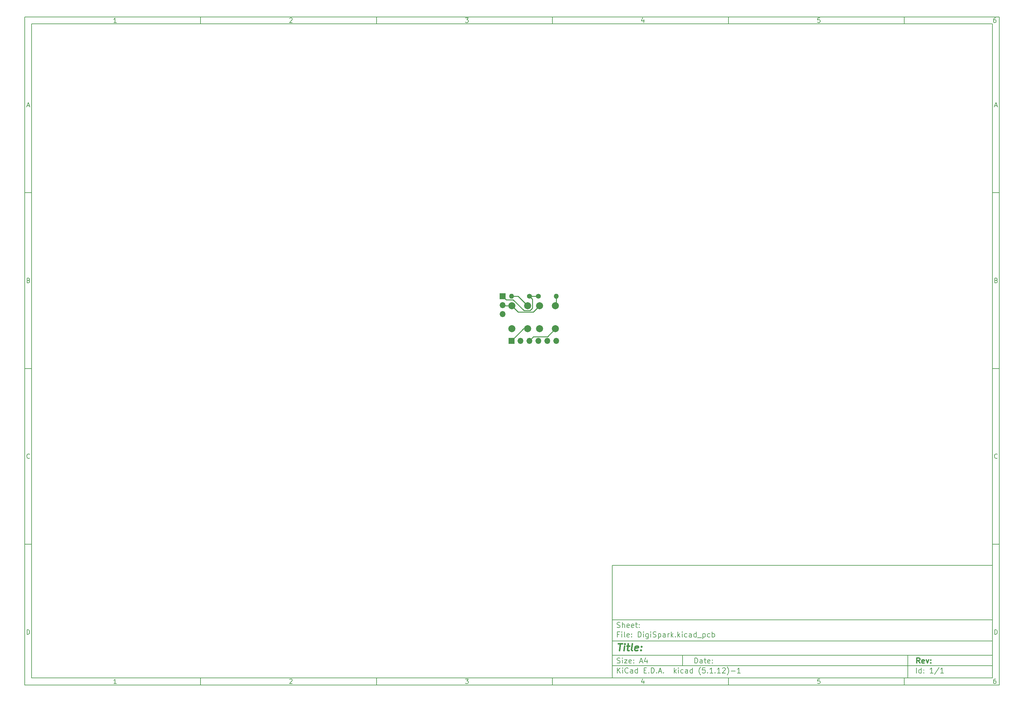
<source format=gbr>
%TF.GenerationSoftware,KiCad,Pcbnew,(5.1.12)-1*%
%TF.CreationDate,2022-07-31T01:05:36+09:00*%
%TF.ProjectId,DigiSpark,44696769-5370-4617-926b-2e6b69636164,rev?*%
%TF.SameCoordinates,Original*%
%TF.FileFunction,Copper,L2,Bot*%
%TF.FilePolarity,Positive*%
%FSLAX46Y46*%
G04 Gerber Fmt 4.6, Leading zero omitted, Abs format (unit mm)*
G04 Created by KiCad (PCBNEW (5.1.12)-1) date 2022-07-31 01:05:36*
%MOMM*%
%LPD*%
G01*
G04 APERTURE LIST*
%ADD10C,0.100000*%
%ADD11C,0.150000*%
%ADD12C,0.300000*%
%ADD13C,0.400000*%
%TA.AperFunction,ComponentPad*%
%ADD14C,2.000000*%
%TD*%
%TA.AperFunction,ComponentPad*%
%ADD15O,1.700000X1.700000*%
%TD*%
%TA.AperFunction,ComponentPad*%
%ADD16R,1.700000X1.700000*%
%TD*%
%TA.AperFunction,ComponentPad*%
%ADD17O,1.400000X1.400000*%
%TD*%
%TA.AperFunction,ComponentPad*%
%ADD18C,1.400000*%
%TD*%
%TA.AperFunction,Conductor*%
%ADD19C,0.250000*%
%TD*%
G04 APERTURE END LIST*
D10*
D11*
X177002200Y-166007200D02*
X177002200Y-198007200D01*
X285002200Y-198007200D01*
X285002200Y-166007200D01*
X177002200Y-166007200D01*
D10*
D11*
X10000000Y-10000000D02*
X10000000Y-200007200D01*
X287002200Y-200007200D01*
X287002200Y-10000000D01*
X10000000Y-10000000D01*
D10*
D11*
X12000000Y-12000000D02*
X12000000Y-198007200D01*
X285002200Y-198007200D01*
X285002200Y-12000000D01*
X12000000Y-12000000D01*
D10*
D11*
X60000000Y-12000000D02*
X60000000Y-10000000D01*
D10*
D11*
X110000000Y-12000000D02*
X110000000Y-10000000D01*
D10*
D11*
X160000000Y-12000000D02*
X160000000Y-10000000D01*
D10*
D11*
X210000000Y-12000000D02*
X210000000Y-10000000D01*
D10*
D11*
X260000000Y-12000000D02*
X260000000Y-10000000D01*
D10*
D11*
X36065476Y-11588095D02*
X35322619Y-11588095D01*
X35694047Y-11588095D02*
X35694047Y-10288095D01*
X35570238Y-10473809D01*
X35446428Y-10597619D01*
X35322619Y-10659523D01*
D10*
D11*
X85322619Y-10411904D02*
X85384523Y-10350000D01*
X85508333Y-10288095D01*
X85817857Y-10288095D01*
X85941666Y-10350000D01*
X86003571Y-10411904D01*
X86065476Y-10535714D01*
X86065476Y-10659523D01*
X86003571Y-10845238D01*
X85260714Y-11588095D01*
X86065476Y-11588095D01*
D10*
D11*
X135260714Y-10288095D02*
X136065476Y-10288095D01*
X135632142Y-10783333D01*
X135817857Y-10783333D01*
X135941666Y-10845238D01*
X136003571Y-10907142D01*
X136065476Y-11030952D01*
X136065476Y-11340476D01*
X136003571Y-11464285D01*
X135941666Y-11526190D01*
X135817857Y-11588095D01*
X135446428Y-11588095D01*
X135322619Y-11526190D01*
X135260714Y-11464285D01*
D10*
D11*
X185941666Y-10721428D02*
X185941666Y-11588095D01*
X185632142Y-10226190D02*
X185322619Y-11154761D01*
X186127380Y-11154761D01*
D10*
D11*
X236003571Y-10288095D02*
X235384523Y-10288095D01*
X235322619Y-10907142D01*
X235384523Y-10845238D01*
X235508333Y-10783333D01*
X235817857Y-10783333D01*
X235941666Y-10845238D01*
X236003571Y-10907142D01*
X236065476Y-11030952D01*
X236065476Y-11340476D01*
X236003571Y-11464285D01*
X235941666Y-11526190D01*
X235817857Y-11588095D01*
X235508333Y-11588095D01*
X235384523Y-11526190D01*
X235322619Y-11464285D01*
D10*
D11*
X285941666Y-10288095D02*
X285694047Y-10288095D01*
X285570238Y-10350000D01*
X285508333Y-10411904D01*
X285384523Y-10597619D01*
X285322619Y-10845238D01*
X285322619Y-11340476D01*
X285384523Y-11464285D01*
X285446428Y-11526190D01*
X285570238Y-11588095D01*
X285817857Y-11588095D01*
X285941666Y-11526190D01*
X286003571Y-11464285D01*
X286065476Y-11340476D01*
X286065476Y-11030952D01*
X286003571Y-10907142D01*
X285941666Y-10845238D01*
X285817857Y-10783333D01*
X285570238Y-10783333D01*
X285446428Y-10845238D01*
X285384523Y-10907142D01*
X285322619Y-11030952D01*
D10*
D11*
X60000000Y-198007200D02*
X60000000Y-200007200D01*
D10*
D11*
X110000000Y-198007200D02*
X110000000Y-200007200D01*
D10*
D11*
X160000000Y-198007200D02*
X160000000Y-200007200D01*
D10*
D11*
X210000000Y-198007200D02*
X210000000Y-200007200D01*
D10*
D11*
X260000000Y-198007200D02*
X260000000Y-200007200D01*
D10*
D11*
X36065476Y-199595295D02*
X35322619Y-199595295D01*
X35694047Y-199595295D02*
X35694047Y-198295295D01*
X35570238Y-198481009D01*
X35446428Y-198604819D01*
X35322619Y-198666723D01*
D10*
D11*
X85322619Y-198419104D02*
X85384523Y-198357200D01*
X85508333Y-198295295D01*
X85817857Y-198295295D01*
X85941666Y-198357200D01*
X86003571Y-198419104D01*
X86065476Y-198542914D01*
X86065476Y-198666723D01*
X86003571Y-198852438D01*
X85260714Y-199595295D01*
X86065476Y-199595295D01*
D10*
D11*
X135260714Y-198295295D02*
X136065476Y-198295295D01*
X135632142Y-198790533D01*
X135817857Y-198790533D01*
X135941666Y-198852438D01*
X136003571Y-198914342D01*
X136065476Y-199038152D01*
X136065476Y-199347676D01*
X136003571Y-199471485D01*
X135941666Y-199533390D01*
X135817857Y-199595295D01*
X135446428Y-199595295D01*
X135322619Y-199533390D01*
X135260714Y-199471485D01*
D10*
D11*
X185941666Y-198728628D02*
X185941666Y-199595295D01*
X185632142Y-198233390D02*
X185322619Y-199161961D01*
X186127380Y-199161961D01*
D10*
D11*
X236003571Y-198295295D02*
X235384523Y-198295295D01*
X235322619Y-198914342D01*
X235384523Y-198852438D01*
X235508333Y-198790533D01*
X235817857Y-198790533D01*
X235941666Y-198852438D01*
X236003571Y-198914342D01*
X236065476Y-199038152D01*
X236065476Y-199347676D01*
X236003571Y-199471485D01*
X235941666Y-199533390D01*
X235817857Y-199595295D01*
X235508333Y-199595295D01*
X235384523Y-199533390D01*
X235322619Y-199471485D01*
D10*
D11*
X285941666Y-198295295D02*
X285694047Y-198295295D01*
X285570238Y-198357200D01*
X285508333Y-198419104D01*
X285384523Y-198604819D01*
X285322619Y-198852438D01*
X285322619Y-199347676D01*
X285384523Y-199471485D01*
X285446428Y-199533390D01*
X285570238Y-199595295D01*
X285817857Y-199595295D01*
X285941666Y-199533390D01*
X286003571Y-199471485D01*
X286065476Y-199347676D01*
X286065476Y-199038152D01*
X286003571Y-198914342D01*
X285941666Y-198852438D01*
X285817857Y-198790533D01*
X285570238Y-198790533D01*
X285446428Y-198852438D01*
X285384523Y-198914342D01*
X285322619Y-199038152D01*
D10*
D11*
X10000000Y-60000000D02*
X12000000Y-60000000D01*
D10*
D11*
X10000000Y-110000000D02*
X12000000Y-110000000D01*
D10*
D11*
X10000000Y-160000000D02*
X12000000Y-160000000D01*
D10*
D11*
X10690476Y-35216666D02*
X11309523Y-35216666D01*
X10566666Y-35588095D02*
X11000000Y-34288095D01*
X11433333Y-35588095D01*
D10*
D11*
X11092857Y-84907142D02*
X11278571Y-84969047D01*
X11340476Y-85030952D01*
X11402380Y-85154761D01*
X11402380Y-85340476D01*
X11340476Y-85464285D01*
X11278571Y-85526190D01*
X11154761Y-85588095D01*
X10659523Y-85588095D01*
X10659523Y-84288095D01*
X11092857Y-84288095D01*
X11216666Y-84350000D01*
X11278571Y-84411904D01*
X11340476Y-84535714D01*
X11340476Y-84659523D01*
X11278571Y-84783333D01*
X11216666Y-84845238D01*
X11092857Y-84907142D01*
X10659523Y-84907142D01*
D10*
D11*
X11402380Y-135464285D02*
X11340476Y-135526190D01*
X11154761Y-135588095D01*
X11030952Y-135588095D01*
X10845238Y-135526190D01*
X10721428Y-135402380D01*
X10659523Y-135278571D01*
X10597619Y-135030952D01*
X10597619Y-134845238D01*
X10659523Y-134597619D01*
X10721428Y-134473809D01*
X10845238Y-134350000D01*
X11030952Y-134288095D01*
X11154761Y-134288095D01*
X11340476Y-134350000D01*
X11402380Y-134411904D01*
D10*
D11*
X10659523Y-185588095D02*
X10659523Y-184288095D01*
X10969047Y-184288095D01*
X11154761Y-184350000D01*
X11278571Y-184473809D01*
X11340476Y-184597619D01*
X11402380Y-184845238D01*
X11402380Y-185030952D01*
X11340476Y-185278571D01*
X11278571Y-185402380D01*
X11154761Y-185526190D01*
X10969047Y-185588095D01*
X10659523Y-185588095D01*
D10*
D11*
X287002200Y-60000000D02*
X285002200Y-60000000D01*
D10*
D11*
X287002200Y-110000000D02*
X285002200Y-110000000D01*
D10*
D11*
X287002200Y-160000000D02*
X285002200Y-160000000D01*
D10*
D11*
X285692676Y-35216666D02*
X286311723Y-35216666D01*
X285568866Y-35588095D02*
X286002200Y-34288095D01*
X286435533Y-35588095D01*
D10*
D11*
X286095057Y-84907142D02*
X286280771Y-84969047D01*
X286342676Y-85030952D01*
X286404580Y-85154761D01*
X286404580Y-85340476D01*
X286342676Y-85464285D01*
X286280771Y-85526190D01*
X286156961Y-85588095D01*
X285661723Y-85588095D01*
X285661723Y-84288095D01*
X286095057Y-84288095D01*
X286218866Y-84350000D01*
X286280771Y-84411904D01*
X286342676Y-84535714D01*
X286342676Y-84659523D01*
X286280771Y-84783333D01*
X286218866Y-84845238D01*
X286095057Y-84907142D01*
X285661723Y-84907142D01*
D10*
D11*
X286404580Y-135464285D02*
X286342676Y-135526190D01*
X286156961Y-135588095D01*
X286033152Y-135588095D01*
X285847438Y-135526190D01*
X285723628Y-135402380D01*
X285661723Y-135278571D01*
X285599819Y-135030952D01*
X285599819Y-134845238D01*
X285661723Y-134597619D01*
X285723628Y-134473809D01*
X285847438Y-134350000D01*
X286033152Y-134288095D01*
X286156961Y-134288095D01*
X286342676Y-134350000D01*
X286404580Y-134411904D01*
D10*
D11*
X285661723Y-185588095D02*
X285661723Y-184288095D01*
X285971247Y-184288095D01*
X286156961Y-184350000D01*
X286280771Y-184473809D01*
X286342676Y-184597619D01*
X286404580Y-184845238D01*
X286404580Y-185030952D01*
X286342676Y-185278571D01*
X286280771Y-185402380D01*
X286156961Y-185526190D01*
X285971247Y-185588095D01*
X285661723Y-185588095D01*
D10*
D11*
X200434342Y-193785771D02*
X200434342Y-192285771D01*
X200791485Y-192285771D01*
X201005771Y-192357200D01*
X201148628Y-192500057D01*
X201220057Y-192642914D01*
X201291485Y-192928628D01*
X201291485Y-193142914D01*
X201220057Y-193428628D01*
X201148628Y-193571485D01*
X201005771Y-193714342D01*
X200791485Y-193785771D01*
X200434342Y-193785771D01*
X202577200Y-193785771D02*
X202577200Y-193000057D01*
X202505771Y-192857200D01*
X202362914Y-192785771D01*
X202077200Y-192785771D01*
X201934342Y-192857200D01*
X202577200Y-193714342D02*
X202434342Y-193785771D01*
X202077200Y-193785771D01*
X201934342Y-193714342D01*
X201862914Y-193571485D01*
X201862914Y-193428628D01*
X201934342Y-193285771D01*
X202077200Y-193214342D01*
X202434342Y-193214342D01*
X202577200Y-193142914D01*
X203077200Y-192785771D02*
X203648628Y-192785771D01*
X203291485Y-192285771D02*
X203291485Y-193571485D01*
X203362914Y-193714342D01*
X203505771Y-193785771D01*
X203648628Y-193785771D01*
X204720057Y-193714342D02*
X204577200Y-193785771D01*
X204291485Y-193785771D01*
X204148628Y-193714342D01*
X204077200Y-193571485D01*
X204077200Y-193000057D01*
X204148628Y-192857200D01*
X204291485Y-192785771D01*
X204577200Y-192785771D01*
X204720057Y-192857200D01*
X204791485Y-193000057D01*
X204791485Y-193142914D01*
X204077200Y-193285771D01*
X205434342Y-193642914D02*
X205505771Y-193714342D01*
X205434342Y-193785771D01*
X205362914Y-193714342D01*
X205434342Y-193642914D01*
X205434342Y-193785771D01*
X205434342Y-192857200D02*
X205505771Y-192928628D01*
X205434342Y-193000057D01*
X205362914Y-192928628D01*
X205434342Y-192857200D01*
X205434342Y-193000057D01*
D10*
D11*
X177002200Y-194507200D02*
X285002200Y-194507200D01*
D10*
D11*
X178434342Y-196585771D02*
X178434342Y-195085771D01*
X179291485Y-196585771D02*
X178648628Y-195728628D01*
X179291485Y-195085771D02*
X178434342Y-195942914D01*
X179934342Y-196585771D02*
X179934342Y-195585771D01*
X179934342Y-195085771D02*
X179862914Y-195157200D01*
X179934342Y-195228628D01*
X180005771Y-195157200D01*
X179934342Y-195085771D01*
X179934342Y-195228628D01*
X181505771Y-196442914D02*
X181434342Y-196514342D01*
X181220057Y-196585771D01*
X181077200Y-196585771D01*
X180862914Y-196514342D01*
X180720057Y-196371485D01*
X180648628Y-196228628D01*
X180577200Y-195942914D01*
X180577200Y-195728628D01*
X180648628Y-195442914D01*
X180720057Y-195300057D01*
X180862914Y-195157200D01*
X181077200Y-195085771D01*
X181220057Y-195085771D01*
X181434342Y-195157200D01*
X181505771Y-195228628D01*
X182791485Y-196585771D02*
X182791485Y-195800057D01*
X182720057Y-195657200D01*
X182577200Y-195585771D01*
X182291485Y-195585771D01*
X182148628Y-195657200D01*
X182791485Y-196514342D02*
X182648628Y-196585771D01*
X182291485Y-196585771D01*
X182148628Y-196514342D01*
X182077200Y-196371485D01*
X182077200Y-196228628D01*
X182148628Y-196085771D01*
X182291485Y-196014342D01*
X182648628Y-196014342D01*
X182791485Y-195942914D01*
X184148628Y-196585771D02*
X184148628Y-195085771D01*
X184148628Y-196514342D02*
X184005771Y-196585771D01*
X183720057Y-196585771D01*
X183577200Y-196514342D01*
X183505771Y-196442914D01*
X183434342Y-196300057D01*
X183434342Y-195871485D01*
X183505771Y-195728628D01*
X183577200Y-195657200D01*
X183720057Y-195585771D01*
X184005771Y-195585771D01*
X184148628Y-195657200D01*
X186005771Y-195800057D02*
X186505771Y-195800057D01*
X186720057Y-196585771D02*
X186005771Y-196585771D01*
X186005771Y-195085771D01*
X186720057Y-195085771D01*
X187362914Y-196442914D02*
X187434342Y-196514342D01*
X187362914Y-196585771D01*
X187291485Y-196514342D01*
X187362914Y-196442914D01*
X187362914Y-196585771D01*
X188077200Y-196585771D02*
X188077200Y-195085771D01*
X188434342Y-195085771D01*
X188648628Y-195157200D01*
X188791485Y-195300057D01*
X188862914Y-195442914D01*
X188934342Y-195728628D01*
X188934342Y-195942914D01*
X188862914Y-196228628D01*
X188791485Y-196371485D01*
X188648628Y-196514342D01*
X188434342Y-196585771D01*
X188077200Y-196585771D01*
X189577200Y-196442914D02*
X189648628Y-196514342D01*
X189577200Y-196585771D01*
X189505771Y-196514342D01*
X189577200Y-196442914D01*
X189577200Y-196585771D01*
X190220057Y-196157200D02*
X190934342Y-196157200D01*
X190077200Y-196585771D02*
X190577200Y-195085771D01*
X191077200Y-196585771D01*
X191577200Y-196442914D02*
X191648628Y-196514342D01*
X191577200Y-196585771D01*
X191505771Y-196514342D01*
X191577200Y-196442914D01*
X191577200Y-196585771D01*
X194577200Y-196585771D02*
X194577200Y-195085771D01*
X194720057Y-196014342D02*
X195148628Y-196585771D01*
X195148628Y-195585771D02*
X194577200Y-196157200D01*
X195791485Y-196585771D02*
X195791485Y-195585771D01*
X195791485Y-195085771D02*
X195720057Y-195157200D01*
X195791485Y-195228628D01*
X195862914Y-195157200D01*
X195791485Y-195085771D01*
X195791485Y-195228628D01*
X197148628Y-196514342D02*
X197005771Y-196585771D01*
X196720057Y-196585771D01*
X196577200Y-196514342D01*
X196505771Y-196442914D01*
X196434342Y-196300057D01*
X196434342Y-195871485D01*
X196505771Y-195728628D01*
X196577200Y-195657200D01*
X196720057Y-195585771D01*
X197005771Y-195585771D01*
X197148628Y-195657200D01*
X198434342Y-196585771D02*
X198434342Y-195800057D01*
X198362914Y-195657200D01*
X198220057Y-195585771D01*
X197934342Y-195585771D01*
X197791485Y-195657200D01*
X198434342Y-196514342D02*
X198291485Y-196585771D01*
X197934342Y-196585771D01*
X197791485Y-196514342D01*
X197720057Y-196371485D01*
X197720057Y-196228628D01*
X197791485Y-196085771D01*
X197934342Y-196014342D01*
X198291485Y-196014342D01*
X198434342Y-195942914D01*
X199791485Y-196585771D02*
X199791485Y-195085771D01*
X199791485Y-196514342D02*
X199648628Y-196585771D01*
X199362914Y-196585771D01*
X199220057Y-196514342D01*
X199148628Y-196442914D01*
X199077200Y-196300057D01*
X199077200Y-195871485D01*
X199148628Y-195728628D01*
X199220057Y-195657200D01*
X199362914Y-195585771D01*
X199648628Y-195585771D01*
X199791485Y-195657200D01*
X202077200Y-197157200D02*
X202005771Y-197085771D01*
X201862914Y-196871485D01*
X201791485Y-196728628D01*
X201720057Y-196514342D01*
X201648628Y-196157200D01*
X201648628Y-195871485D01*
X201720057Y-195514342D01*
X201791485Y-195300057D01*
X201862914Y-195157200D01*
X202005771Y-194942914D01*
X202077200Y-194871485D01*
X203362914Y-195085771D02*
X202648628Y-195085771D01*
X202577200Y-195800057D01*
X202648628Y-195728628D01*
X202791485Y-195657200D01*
X203148628Y-195657200D01*
X203291485Y-195728628D01*
X203362914Y-195800057D01*
X203434342Y-195942914D01*
X203434342Y-196300057D01*
X203362914Y-196442914D01*
X203291485Y-196514342D01*
X203148628Y-196585771D01*
X202791485Y-196585771D01*
X202648628Y-196514342D01*
X202577200Y-196442914D01*
X204077200Y-196442914D02*
X204148628Y-196514342D01*
X204077200Y-196585771D01*
X204005771Y-196514342D01*
X204077200Y-196442914D01*
X204077200Y-196585771D01*
X205577200Y-196585771D02*
X204720057Y-196585771D01*
X205148628Y-196585771D02*
X205148628Y-195085771D01*
X205005771Y-195300057D01*
X204862914Y-195442914D01*
X204720057Y-195514342D01*
X206220057Y-196442914D02*
X206291485Y-196514342D01*
X206220057Y-196585771D01*
X206148628Y-196514342D01*
X206220057Y-196442914D01*
X206220057Y-196585771D01*
X207720057Y-196585771D02*
X206862914Y-196585771D01*
X207291485Y-196585771D02*
X207291485Y-195085771D01*
X207148628Y-195300057D01*
X207005771Y-195442914D01*
X206862914Y-195514342D01*
X208291485Y-195228628D02*
X208362914Y-195157200D01*
X208505771Y-195085771D01*
X208862914Y-195085771D01*
X209005771Y-195157200D01*
X209077200Y-195228628D01*
X209148628Y-195371485D01*
X209148628Y-195514342D01*
X209077200Y-195728628D01*
X208220057Y-196585771D01*
X209148628Y-196585771D01*
X209648628Y-197157200D02*
X209720057Y-197085771D01*
X209862914Y-196871485D01*
X209934342Y-196728628D01*
X210005771Y-196514342D01*
X210077200Y-196157200D01*
X210077200Y-195871485D01*
X210005771Y-195514342D01*
X209934342Y-195300057D01*
X209862914Y-195157200D01*
X209720057Y-194942914D01*
X209648628Y-194871485D01*
X210791485Y-196014342D02*
X211934342Y-196014342D01*
X213434342Y-196585771D02*
X212577200Y-196585771D01*
X213005771Y-196585771D02*
X213005771Y-195085771D01*
X212862914Y-195300057D01*
X212720057Y-195442914D01*
X212577200Y-195514342D01*
D10*
D11*
X177002200Y-191507200D02*
X285002200Y-191507200D01*
D10*
D12*
X264411485Y-193785771D02*
X263911485Y-193071485D01*
X263554342Y-193785771D02*
X263554342Y-192285771D01*
X264125771Y-192285771D01*
X264268628Y-192357200D01*
X264340057Y-192428628D01*
X264411485Y-192571485D01*
X264411485Y-192785771D01*
X264340057Y-192928628D01*
X264268628Y-193000057D01*
X264125771Y-193071485D01*
X263554342Y-193071485D01*
X265625771Y-193714342D02*
X265482914Y-193785771D01*
X265197200Y-193785771D01*
X265054342Y-193714342D01*
X264982914Y-193571485D01*
X264982914Y-193000057D01*
X265054342Y-192857200D01*
X265197200Y-192785771D01*
X265482914Y-192785771D01*
X265625771Y-192857200D01*
X265697200Y-193000057D01*
X265697200Y-193142914D01*
X264982914Y-193285771D01*
X266197200Y-192785771D02*
X266554342Y-193785771D01*
X266911485Y-192785771D01*
X267482914Y-193642914D02*
X267554342Y-193714342D01*
X267482914Y-193785771D01*
X267411485Y-193714342D01*
X267482914Y-193642914D01*
X267482914Y-193785771D01*
X267482914Y-192857200D02*
X267554342Y-192928628D01*
X267482914Y-193000057D01*
X267411485Y-192928628D01*
X267482914Y-192857200D01*
X267482914Y-193000057D01*
D10*
D11*
X178362914Y-193714342D02*
X178577200Y-193785771D01*
X178934342Y-193785771D01*
X179077200Y-193714342D01*
X179148628Y-193642914D01*
X179220057Y-193500057D01*
X179220057Y-193357200D01*
X179148628Y-193214342D01*
X179077200Y-193142914D01*
X178934342Y-193071485D01*
X178648628Y-193000057D01*
X178505771Y-192928628D01*
X178434342Y-192857200D01*
X178362914Y-192714342D01*
X178362914Y-192571485D01*
X178434342Y-192428628D01*
X178505771Y-192357200D01*
X178648628Y-192285771D01*
X179005771Y-192285771D01*
X179220057Y-192357200D01*
X179862914Y-193785771D02*
X179862914Y-192785771D01*
X179862914Y-192285771D02*
X179791485Y-192357200D01*
X179862914Y-192428628D01*
X179934342Y-192357200D01*
X179862914Y-192285771D01*
X179862914Y-192428628D01*
X180434342Y-192785771D02*
X181220057Y-192785771D01*
X180434342Y-193785771D01*
X181220057Y-193785771D01*
X182362914Y-193714342D02*
X182220057Y-193785771D01*
X181934342Y-193785771D01*
X181791485Y-193714342D01*
X181720057Y-193571485D01*
X181720057Y-193000057D01*
X181791485Y-192857200D01*
X181934342Y-192785771D01*
X182220057Y-192785771D01*
X182362914Y-192857200D01*
X182434342Y-193000057D01*
X182434342Y-193142914D01*
X181720057Y-193285771D01*
X183077200Y-193642914D02*
X183148628Y-193714342D01*
X183077200Y-193785771D01*
X183005771Y-193714342D01*
X183077200Y-193642914D01*
X183077200Y-193785771D01*
X183077200Y-192857200D02*
X183148628Y-192928628D01*
X183077200Y-193000057D01*
X183005771Y-192928628D01*
X183077200Y-192857200D01*
X183077200Y-193000057D01*
X184862914Y-193357200D02*
X185577200Y-193357200D01*
X184720057Y-193785771D02*
X185220057Y-192285771D01*
X185720057Y-193785771D01*
X186862914Y-192785771D02*
X186862914Y-193785771D01*
X186505771Y-192214342D02*
X186148628Y-193285771D01*
X187077200Y-193285771D01*
D10*
D11*
X263434342Y-196585771D02*
X263434342Y-195085771D01*
X264791485Y-196585771D02*
X264791485Y-195085771D01*
X264791485Y-196514342D02*
X264648628Y-196585771D01*
X264362914Y-196585771D01*
X264220057Y-196514342D01*
X264148628Y-196442914D01*
X264077200Y-196300057D01*
X264077200Y-195871485D01*
X264148628Y-195728628D01*
X264220057Y-195657200D01*
X264362914Y-195585771D01*
X264648628Y-195585771D01*
X264791485Y-195657200D01*
X265505771Y-196442914D02*
X265577200Y-196514342D01*
X265505771Y-196585771D01*
X265434342Y-196514342D01*
X265505771Y-196442914D01*
X265505771Y-196585771D01*
X265505771Y-195657200D02*
X265577200Y-195728628D01*
X265505771Y-195800057D01*
X265434342Y-195728628D01*
X265505771Y-195657200D01*
X265505771Y-195800057D01*
X268148628Y-196585771D02*
X267291485Y-196585771D01*
X267720057Y-196585771D02*
X267720057Y-195085771D01*
X267577200Y-195300057D01*
X267434342Y-195442914D01*
X267291485Y-195514342D01*
X269862914Y-195014342D02*
X268577200Y-196942914D01*
X271148628Y-196585771D02*
X270291485Y-196585771D01*
X270720057Y-196585771D02*
X270720057Y-195085771D01*
X270577200Y-195300057D01*
X270434342Y-195442914D01*
X270291485Y-195514342D01*
D10*
D11*
X177002200Y-187507200D02*
X285002200Y-187507200D01*
D10*
D13*
X178714580Y-188211961D02*
X179857438Y-188211961D01*
X179036009Y-190211961D02*
X179286009Y-188211961D01*
X180274104Y-190211961D02*
X180440771Y-188878628D01*
X180524104Y-188211961D02*
X180416961Y-188307200D01*
X180500295Y-188402438D01*
X180607438Y-188307200D01*
X180524104Y-188211961D01*
X180500295Y-188402438D01*
X181107438Y-188878628D02*
X181869342Y-188878628D01*
X181476485Y-188211961D02*
X181262200Y-189926247D01*
X181333628Y-190116723D01*
X181512200Y-190211961D01*
X181702676Y-190211961D01*
X182655057Y-190211961D02*
X182476485Y-190116723D01*
X182405057Y-189926247D01*
X182619342Y-188211961D01*
X184190771Y-190116723D02*
X183988390Y-190211961D01*
X183607438Y-190211961D01*
X183428866Y-190116723D01*
X183357438Y-189926247D01*
X183452676Y-189164342D01*
X183571723Y-188973866D01*
X183774104Y-188878628D01*
X184155057Y-188878628D01*
X184333628Y-188973866D01*
X184405057Y-189164342D01*
X184381247Y-189354819D01*
X183405057Y-189545295D01*
X185155057Y-190021485D02*
X185238390Y-190116723D01*
X185131247Y-190211961D01*
X185047914Y-190116723D01*
X185155057Y-190021485D01*
X185131247Y-190211961D01*
X185286009Y-188973866D02*
X185369342Y-189069104D01*
X185262200Y-189164342D01*
X185178866Y-189069104D01*
X185286009Y-188973866D01*
X185262200Y-189164342D01*
D10*
D11*
X178934342Y-185600057D02*
X178434342Y-185600057D01*
X178434342Y-186385771D02*
X178434342Y-184885771D01*
X179148628Y-184885771D01*
X179720057Y-186385771D02*
X179720057Y-185385771D01*
X179720057Y-184885771D02*
X179648628Y-184957200D01*
X179720057Y-185028628D01*
X179791485Y-184957200D01*
X179720057Y-184885771D01*
X179720057Y-185028628D01*
X180648628Y-186385771D02*
X180505771Y-186314342D01*
X180434342Y-186171485D01*
X180434342Y-184885771D01*
X181791485Y-186314342D02*
X181648628Y-186385771D01*
X181362914Y-186385771D01*
X181220057Y-186314342D01*
X181148628Y-186171485D01*
X181148628Y-185600057D01*
X181220057Y-185457200D01*
X181362914Y-185385771D01*
X181648628Y-185385771D01*
X181791485Y-185457200D01*
X181862914Y-185600057D01*
X181862914Y-185742914D01*
X181148628Y-185885771D01*
X182505771Y-186242914D02*
X182577200Y-186314342D01*
X182505771Y-186385771D01*
X182434342Y-186314342D01*
X182505771Y-186242914D01*
X182505771Y-186385771D01*
X182505771Y-185457200D02*
X182577200Y-185528628D01*
X182505771Y-185600057D01*
X182434342Y-185528628D01*
X182505771Y-185457200D01*
X182505771Y-185600057D01*
X184362914Y-186385771D02*
X184362914Y-184885771D01*
X184720057Y-184885771D01*
X184934342Y-184957200D01*
X185077200Y-185100057D01*
X185148628Y-185242914D01*
X185220057Y-185528628D01*
X185220057Y-185742914D01*
X185148628Y-186028628D01*
X185077200Y-186171485D01*
X184934342Y-186314342D01*
X184720057Y-186385771D01*
X184362914Y-186385771D01*
X185862914Y-186385771D02*
X185862914Y-185385771D01*
X185862914Y-184885771D02*
X185791485Y-184957200D01*
X185862914Y-185028628D01*
X185934342Y-184957200D01*
X185862914Y-184885771D01*
X185862914Y-185028628D01*
X187220057Y-185385771D02*
X187220057Y-186600057D01*
X187148628Y-186742914D01*
X187077200Y-186814342D01*
X186934342Y-186885771D01*
X186720057Y-186885771D01*
X186577200Y-186814342D01*
X187220057Y-186314342D02*
X187077200Y-186385771D01*
X186791485Y-186385771D01*
X186648628Y-186314342D01*
X186577200Y-186242914D01*
X186505771Y-186100057D01*
X186505771Y-185671485D01*
X186577200Y-185528628D01*
X186648628Y-185457200D01*
X186791485Y-185385771D01*
X187077200Y-185385771D01*
X187220057Y-185457200D01*
X187934342Y-186385771D02*
X187934342Y-185385771D01*
X187934342Y-184885771D02*
X187862914Y-184957200D01*
X187934342Y-185028628D01*
X188005771Y-184957200D01*
X187934342Y-184885771D01*
X187934342Y-185028628D01*
X188577200Y-186314342D02*
X188791485Y-186385771D01*
X189148628Y-186385771D01*
X189291485Y-186314342D01*
X189362914Y-186242914D01*
X189434342Y-186100057D01*
X189434342Y-185957200D01*
X189362914Y-185814342D01*
X189291485Y-185742914D01*
X189148628Y-185671485D01*
X188862914Y-185600057D01*
X188720057Y-185528628D01*
X188648628Y-185457200D01*
X188577200Y-185314342D01*
X188577200Y-185171485D01*
X188648628Y-185028628D01*
X188720057Y-184957200D01*
X188862914Y-184885771D01*
X189220057Y-184885771D01*
X189434342Y-184957200D01*
X190077200Y-185385771D02*
X190077200Y-186885771D01*
X190077200Y-185457200D02*
X190220057Y-185385771D01*
X190505771Y-185385771D01*
X190648628Y-185457200D01*
X190720057Y-185528628D01*
X190791485Y-185671485D01*
X190791485Y-186100057D01*
X190720057Y-186242914D01*
X190648628Y-186314342D01*
X190505771Y-186385771D01*
X190220057Y-186385771D01*
X190077200Y-186314342D01*
X192077200Y-186385771D02*
X192077200Y-185600057D01*
X192005771Y-185457200D01*
X191862914Y-185385771D01*
X191577200Y-185385771D01*
X191434342Y-185457200D01*
X192077200Y-186314342D02*
X191934342Y-186385771D01*
X191577200Y-186385771D01*
X191434342Y-186314342D01*
X191362914Y-186171485D01*
X191362914Y-186028628D01*
X191434342Y-185885771D01*
X191577200Y-185814342D01*
X191934342Y-185814342D01*
X192077200Y-185742914D01*
X192791485Y-186385771D02*
X192791485Y-185385771D01*
X192791485Y-185671485D02*
X192862914Y-185528628D01*
X192934342Y-185457200D01*
X193077200Y-185385771D01*
X193220057Y-185385771D01*
X193720057Y-186385771D02*
X193720057Y-184885771D01*
X193862914Y-185814342D02*
X194291485Y-186385771D01*
X194291485Y-185385771D02*
X193720057Y-185957200D01*
X194934342Y-186242914D02*
X195005771Y-186314342D01*
X194934342Y-186385771D01*
X194862914Y-186314342D01*
X194934342Y-186242914D01*
X194934342Y-186385771D01*
X195648628Y-186385771D02*
X195648628Y-184885771D01*
X195791485Y-185814342D02*
X196220057Y-186385771D01*
X196220057Y-185385771D02*
X195648628Y-185957200D01*
X196862914Y-186385771D02*
X196862914Y-185385771D01*
X196862914Y-184885771D02*
X196791485Y-184957200D01*
X196862914Y-185028628D01*
X196934342Y-184957200D01*
X196862914Y-184885771D01*
X196862914Y-185028628D01*
X198220057Y-186314342D02*
X198077200Y-186385771D01*
X197791485Y-186385771D01*
X197648628Y-186314342D01*
X197577200Y-186242914D01*
X197505771Y-186100057D01*
X197505771Y-185671485D01*
X197577200Y-185528628D01*
X197648628Y-185457200D01*
X197791485Y-185385771D01*
X198077200Y-185385771D01*
X198220057Y-185457200D01*
X199505771Y-186385771D02*
X199505771Y-185600057D01*
X199434342Y-185457200D01*
X199291485Y-185385771D01*
X199005771Y-185385771D01*
X198862914Y-185457200D01*
X199505771Y-186314342D02*
X199362914Y-186385771D01*
X199005771Y-186385771D01*
X198862914Y-186314342D01*
X198791485Y-186171485D01*
X198791485Y-186028628D01*
X198862914Y-185885771D01*
X199005771Y-185814342D01*
X199362914Y-185814342D01*
X199505771Y-185742914D01*
X200862914Y-186385771D02*
X200862914Y-184885771D01*
X200862914Y-186314342D02*
X200720057Y-186385771D01*
X200434342Y-186385771D01*
X200291485Y-186314342D01*
X200220057Y-186242914D01*
X200148628Y-186100057D01*
X200148628Y-185671485D01*
X200220057Y-185528628D01*
X200291485Y-185457200D01*
X200434342Y-185385771D01*
X200720057Y-185385771D01*
X200862914Y-185457200D01*
X201220057Y-186528628D02*
X202362914Y-186528628D01*
X202720057Y-185385771D02*
X202720057Y-186885771D01*
X202720057Y-185457200D02*
X202862914Y-185385771D01*
X203148628Y-185385771D01*
X203291485Y-185457200D01*
X203362914Y-185528628D01*
X203434342Y-185671485D01*
X203434342Y-186100057D01*
X203362914Y-186242914D01*
X203291485Y-186314342D01*
X203148628Y-186385771D01*
X202862914Y-186385771D01*
X202720057Y-186314342D01*
X204720057Y-186314342D02*
X204577200Y-186385771D01*
X204291485Y-186385771D01*
X204148628Y-186314342D01*
X204077200Y-186242914D01*
X204005771Y-186100057D01*
X204005771Y-185671485D01*
X204077200Y-185528628D01*
X204148628Y-185457200D01*
X204291485Y-185385771D01*
X204577200Y-185385771D01*
X204720057Y-185457200D01*
X205362914Y-186385771D02*
X205362914Y-184885771D01*
X205362914Y-185457200D02*
X205505771Y-185385771D01*
X205791485Y-185385771D01*
X205934342Y-185457200D01*
X206005771Y-185528628D01*
X206077200Y-185671485D01*
X206077200Y-186100057D01*
X206005771Y-186242914D01*
X205934342Y-186314342D01*
X205791485Y-186385771D01*
X205505771Y-186385771D01*
X205362914Y-186314342D01*
D10*
D11*
X177002200Y-181507200D02*
X285002200Y-181507200D01*
D10*
D11*
X178362914Y-183614342D02*
X178577200Y-183685771D01*
X178934342Y-183685771D01*
X179077200Y-183614342D01*
X179148628Y-183542914D01*
X179220057Y-183400057D01*
X179220057Y-183257200D01*
X179148628Y-183114342D01*
X179077200Y-183042914D01*
X178934342Y-182971485D01*
X178648628Y-182900057D01*
X178505771Y-182828628D01*
X178434342Y-182757200D01*
X178362914Y-182614342D01*
X178362914Y-182471485D01*
X178434342Y-182328628D01*
X178505771Y-182257200D01*
X178648628Y-182185771D01*
X179005771Y-182185771D01*
X179220057Y-182257200D01*
X179862914Y-183685771D02*
X179862914Y-182185771D01*
X180505771Y-183685771D02*
X180505771Y-182900057D01*
X180434342Y-182757200D01*
X180291485Y-182685771D01*
X180077200Y-182685771D01*
X179934342Y-182757200D01*
X179862914Y-182828628D01*
X181791485Y-183614342D02*
X181648628Y-183685771D01*
X181362914Y-183685771D01*
X181220057Y-183614342D01*
X181148628Y-183471485D01*
X181148628Y-182900057D01*
X181220057Y-182757200D01*
X181362914Y-182685771D01*
X181648628Y-182685771D01*
X181791485Y-182757200D01*
X181862914Y-182900057D01*
X181862914Y-183042914D01*
X181148628Y-183185771D01*
X183077200Y-183614342D02*
X182934342Y-183685771D01*
X182648628Y-183685771D01*
X182505771Y-183614342D01*
X182434342Y-183471485D01*
X182434342Y-182900057D01*
X182505771Y-182757200D01*
X182648628Y-182685771D01*
X182934342Y-182685771D01*
X183077200Y-182757200D01*
X183148628Y-182900057D01*
X183148628Y-183042914D01*
X182434342Y-183185771D01*
X183577200Y-182685771D02*
X184148628Y-182685771D01*
X183791485Y-182185771D02*
X183791485Y-183471485D01*
X183862914Y-183614342D01*
X184005771Y-183685771D01*
X184148628Y-183685771D01*
X184648628Y-183542914D02*
X184720057Y-183614342D01*
X184648628Y-183685771D01*
X184577200Y-183614342D01*
X184648628Y-183542914D01*
X184648628Y-183685771D01*
X184648628Y-182757200D02*
X184720057Y-182828628D01*
X184648628Y-182900057D01*
X184577200Y-182828628D01*
X184648628Y-182757200D01*
X184648628Y-182900057D01*
D10*
D11*
X197002200Y-191507200D02*
X197002200Y-194507200D01*
D10*
D11*
X261002200Y-191507200D02*
X261002200Y-198007200D01*
D14*
%TO.P,SW1,1*%
%TO.N,Net-(J1-Pad2)*%
X148463000Y-92179000D03*
%TO.P,SW1,2*%
%TO.N,Net-(J2-Pad1)*%
X152963000Y-92179000D03*
%TO.P,SW1,1*%
%TO.N,Net-(J1-Pad2)*%
X148463000Y-98679000D03*
%TO.P,SW1,2*%
%TO.N,Net-(J2-Pad1)*%
X152963000Y-98679000D03*
%TD*%
D15*
%TO.P,J2,6*%
%TO.N,Net-(J2-Pad6)*%
X161036000Y-102108000D03*
%TO.P,J2,5*%
%TO.N,Net-(J2-Pad5)*%
X158496000Y-102108000D03*
%TO.P,J2,4*%
%TO.N,Net-(J2-Pad4)*%
X155956000Y-102108000D03*
%TO.P,J2,3*%
%TO.N,Net-(J2-Pad3)*%
X153416000Y-102108000D03*
%TO.P,J2,2*%
%TO.N,Net-(J2-Pad2)*%
X150876000Y-102108000D03*
D16*
%TO.P,J2,1*%
%TO.N,Net-(J2-Pad1)*%
X148336000Y-102108000D03*
%TD*%
D17*
%TO.P,R1,2*%
%TO.N,Net-(J2-Pad1)*%
X148336000Y-89408000D03*
D18*
%TO.P,R1,1*%
%TO.N,Net-(J1-Pad1)*%
X153416000Y-89408000D03*
%TD*%
D17*
%TO.P,R2,2*%
%TO.N,Net-(J2-Pad3)*%
X161036000Y-89408000D03*
D18*
%TO.P,R2,1*%
%TO.N,Net-(J1-Pad1)*%
X155956000Y-89408000D03*
%TD*%
D15*
%TO.P,J1,3*%
%TO.N,Net-(J1-Pad3)*%
X145796000Y-94488000D03*
%TO.P,J1,2*%
%TO.N,Net-(J1-Pad2)*%
X145796000Y-91948000D03*
D16*
%TO.P,J1,1*%
%TO.N,Net-(J1-Pad1)*%
X145796000Y-89408000D03*
%TD*%
D14*
%TO.P,SW2,2*%
%TO.N,Net-(J2-Pad3)*%
X160837000Y-98679000D03*
%TO.P,SW2,1*%
%TO.N,Net-(J1-Pad2)*%
X156337000Y-98679000D03*
%TO.P,SW2,2*%
%TO.N,Net-(J2-Pad3)*%
X160837000Y-92179000D03*
%TO.P,SW2,1*%
%TO.N,Net-(J1-Pad2)*%
X156337000Y-92179000D03*
%TD*%
D19*
%TO.N,Net-(J1-Pad2)*%
X148232000Y-91948000D02*
X148463000Y-92179000D01*
X146027000Y-92179000D02*
X145796000Y-91948000D01*
X148463000Y-92179000D02*
X146027000Y-92179000D01*
X150238010Y-93954010D02*
X148463000Y-92179000D01*
X154561990Y-93954010D02*
X150238010Y-93954010D01*
X156337000Y-92179000D02*
X154561990Y-93954010D01*
%TO.N,Net-(J1-Pad1)*%
X153416000Y-89408000D02*
X155956000Y-89408000D01*
X146821001Y-90433001D02*
X145796000Y-89408000D01*
X148828001Y-90433001D02*
X146821001Y-90433001D01*
X151899001Y-93504001D02*
X148828001Y-90433001D01*
X153599001Y-93504001D02*
X151899001Y-93504001D01*
X154288001Y-92815001D02*
X153599001Y-93504001D01*
X154288001Y-90280001D02*
X154288001Y-92815001D01*
X153416000Y-89408000D02*
X154288001Y-90280001D01*
%TO.N,Net-(J2-Pad3)*%
X161036000Y-91980000D02*
X160837000Y-92179000D01*
X161036000Y-89408000D02*
X161036000Y-91980000D01*
X158583001Y-100932999D02*
X160837000Y-98679000D01*
X154591001Y-100932999D02*
X158583001Y-100932999D01*
X153416000Y-102108000D02*
X154591001Y-100932999D01*
%TO.N,Net-(J2-Pad1)*%
X150192000Y-89408000D02*
X152963000Y-92179000D01*
X148336000Y-89408000D02*
X150192000Y-89408000D01*
X151765000Y-98679000D02*
X152963000Y-98679000D01*
X148336000Y-102108000D02*
X151765000Y-98679000D01*
%TD*%
M02*

</source>
